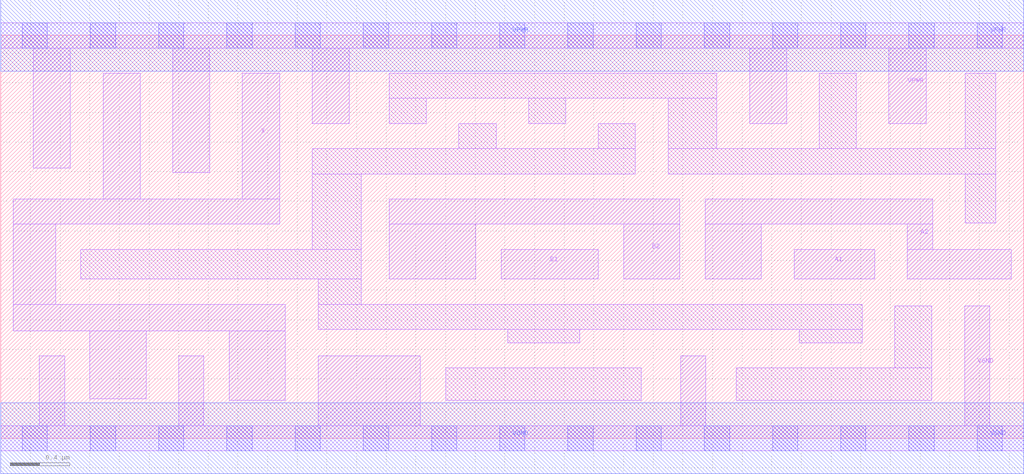
<source format=lef>
# Copyright 2020 The SkyWater PDK Authors
#
# Licensed under the Apache License, Version 2.0 (the "License");
# you may not use this file except in compliance with the License.
# You may obtain a copy of the License at
#
#     https://www.apache.org/licenses/LICENSE-2.0
#
# Unless required by applicable law or agreed to in writing, software
# distributed under the License is distributed on an "AS IS" BASIS,
# WITHOUT WARRANTIES OR CONDITIONS OF ANY KIND, either express or implied.
# See the License for the specific language governing permissions and
# limitations under the License.
#
# SPDX-License-Identifier: Apache-2.0

VERSION 5.7 ;
  NAMESCASESENSITIVE ON ;
  NOWIREEXTENSIONATPIN ON ;
  DIVIDERCHAR "/" ;
  BUSBITCHARS "[]" ;
UNITS
  DATABASE MICRONS 200 ;
END UNITS
PROPERTYDEFINITIONS
  MACRO maskLayoutSubType STRING ;
  MACRO prCellType STRING ;
  MACRO originalViewName STRING ;
END PROPERTYDEFINITIONS
MACRO sky130_fd_sc_hdll__a22o_4
  CLASS CORE ;
  FOREIGN sky130_fd_sc_hdll__a22o_4 ;
  ORIGIN  0.000000  0.000000 ;
  SIZE  6.900000 BY  2.720000 ;
  SYMMETRY X Y R90 ;
  SITE unithd ;
  PIN A1
    ANTENNAGATEAREA  0.555000 ;
    DIRECTION INPUT ;
    USE SIGNAL ;
    PORT
      LAYER li1 ;
        RECT 5.350000 1.075000 5.895000 1.275000 ;
    END
  END A1
  PIN A2
    ANTENNAGATEAREA  0.555000 ;
    DIRECTION INPUT ;
    USE SIGNAL ;
    PORT
      LAYER li1 ;
        RECT 4.750000 1.075000 5.130000 1.445000 ;
        RECT 4.750000 1.445000 6.285000 1.615000 ;
        RECT 6.115000 1.075000 6.815000 1.275000 ;
        RECT 6.115000 1.275000 6.285000 1.445000 ;
    END
  END A2
  PIN B1
    ANTENNAGATEAREA  0.555000 ;
    DIRECTION INPUT ;
    USE SIGNAL ;
    PORT
      LAYER li1 ;
        RECT 3.375000 1.075000 4.030000 1.275000 ;
    END
  END B1
  PIN B2
    ANTENNAGATEAREA  0.555000 ;
    DIRECTION INPUT ;
    USE SIGNAL ;
    PORT
      LAYER li1 ;
        RECT 2.620000 1.075000 3.205000 1.445000 ;
        RECT 2.620000 1.445000 4.580000 1.615000 ;
        RECT 4.200000 1.075000 4.580000 1.445000 ;
    END
  END B2
  PIN X
    ANTENNADIFFAREA  1.028500 ;
    DIRECTION OUTPUT ;
    USE SIGNAL ;
    PORT
      LAYER li1 ;
        RECT 0.085000 0.725000 1.920000 0.905000 ;
        RECT 0.085000 0.905000 0.370000 1.445000 ;
        RECT 0.085000 1.445000 1.880000 1.615000 ;
        RECT 0.600000 0.265000 0.980000 0.725000 ;
        RECT 0.690000 1.615000 0.940000 2.465000 ;
        RECT 1.540000 0.255000 1.920000 0.725000 ;
        RECT 1.630000 1.615000 1.880000 2.465000 ;
    END
  END X
  PIN VGND
    DIRECTION INOUT ;
    USE GROUND ;
    PORT
      LAYER li1 ;
        RECT 0.000000 -0.085000 6.900000 0.085000 ;
        RECT 0.260000  0.085000 0.430000 0.555000 ;
        RECT 1.200000  0.085000 1.370000 0.555000 ;
        RECT 2.140000  0.085000 2.830000 0.555000 ;
        RECT 4.585000  0.085000 4.755000 0.555000 ;
        RECT 6.500000  0.085000 6.670000 0.895000 ;
      LAYER mcon ;
        RECT 0.145000 -0.085000 0.315000 0.085000 ;
        RECT 0.605000 -0.085000 0.775000 0.085000 ;
        RECT 1.065000 -0.085000 1.235000 0.085000 ;
        RECT 1.525000 -0.085000 1.695000 0.085000 ;
        RECT 1.985000 -0.085000 2.155000 0.085000 ;
        RECT 2.445000 -0.085000 2.615000 0.085000 ;
        RECT 2.905000 -0.085000 3.075000 0.085000 ;
        RECT 3.365000 -0.085000 3.535000 0.085000 ;
        RECT 3.825000 -0.085000 3.995000 0.085000 ;
        RECT 4.285000 -0.085000 4.455000 0.085000 ;
        RECT 4.745000 -0.085000 4.915000 0.085000 ;
        RECT 5.205000 -0.085000 5.375000 0.085000 ;
        RECT 5.665000 -0.085000 5.835000 0.085000 ;
        RECT 6.125000 -0.085000 6.295000 0.085000 ;
        RECT 6.585000 -0.085000 6.755000 0.085000 ;
      LAYER met1 ;
        RECT 0.000000 -0.240000 6.900000 0.240000 ;
    END
  END VGND
  PIN VPWR
    DIRECTION INOUT ;
    USE POWER ;
    PORT
      LAYER li1 ;
        RECT 0.000000 2.635000 6.900000 2.805000 ;
        RECT 0.220000 1.825000 0.470000 2.635000 ;
        RECT 1.160000 1.795000 1.410000 2.635000 ;
        RECT 2.100000 2.125000 2.350000 2.635000 ;
        RECT 5.050000 2.125000 5.300000 2.635000 ;
        RECT 5.990000 2.125000 6.240000 2.635000 ;
      LAYER mcon ;
        RECT 0.145000 2.635000 0.315000 2.805000 ;
        RECT 0.605000 2.635000 0.775000 2.805000 ;
        RECT 1.065000 2.635000 1.235000 2.805000 ;
        RECT 1.525000 2.635000 1.695000 2.805000 ;
        RECT 1.985000 2.635000 2.155000 2.805000 ;
        RECT 2.445000 2.635000 2.615000 2.805000 ;
        RECT 2.905000 2.635000 3.075000 2.805000 ;
        RECT 3.365000 2.635000 3.535000 2.805000 ;
        RECT 3.825000 2.635000 3.995000 2.805000 ;
        RECT 4.285000 2.635000 4.455000 2.805000 ;
        RECT 4.745000 2.635000 4.915000 2.805000 ;
        RECT 5.205000 2.635000 5.375000 2.805000 ;
        RECT 5.665000 2.635000 5.835000 2.805000 ;
        RECT 6.125000 2.635000 6.295000 2.805000 ;
        RECT 6.585000 2.635000 6.755000 2.805000 ;
      LAYER met1 ;
        RECT 0.000000 2.480000 6.900000 2.960000 ;
    END
  END VPWR
  OBS
    LAYER li1 ;
      RECT 0.540000 1.075000 2.430000 1.275000 ;
      RECT 2.100000 1.275000 2.430000 1.785000 ;
      RECT 2.100000 1.785000 4.280000 1.955000 ;
      RECT 2.140000 0.735000 5.810000 0.905000 ;
      RECT 2.140000 0.905000 2.430000 1.075000 ;
      RECT 2.620000 2.125000 2.870000 2.295000 ;
      RECT 2.620000 2.295000 4.830000 2.465000 ;
      RECT 3.000000 0.255000 4.320000 0.475000 ;
      RECT 3.090000 1.955000 3.340000 2.125000 ;
      RECT 3.420000 0.645000 3.905000 0.735000 ;
      RECT 3.560000 2.125000 3.810000 2.295000 ;
      RECT 4.030000 1.955000 4.280000 2.125000 ;
      RECT 4.500000 1.785000 6.710000 1.955000 ;
      RECT 4.500000 1.955000 4.830000 2.295000 ;
      RECT 4.960000 0.255000 6.280000 0.475000 ;
      RECT 5.385000 0.645000 5.810000 0.735000 ;
      RECT 5.520000 1.955000 5.770000 2.465000 ;
      RECT 6.030000 0.475000 6.280000 0.895000 ;
      RECT 6.505000 1.455000 6.710000 1.785000 ;
      RECT 6.505000 1.955000 6.710000 2.465000 ;
  END
  PROPERTY maskLayoutSubType "abstract" ;
  PROPERTY prCellType "standard" ;
  PROPERTY originalViewName "layout" ;
END sky130_fd_sc_hdll__a22o_4

</source>
